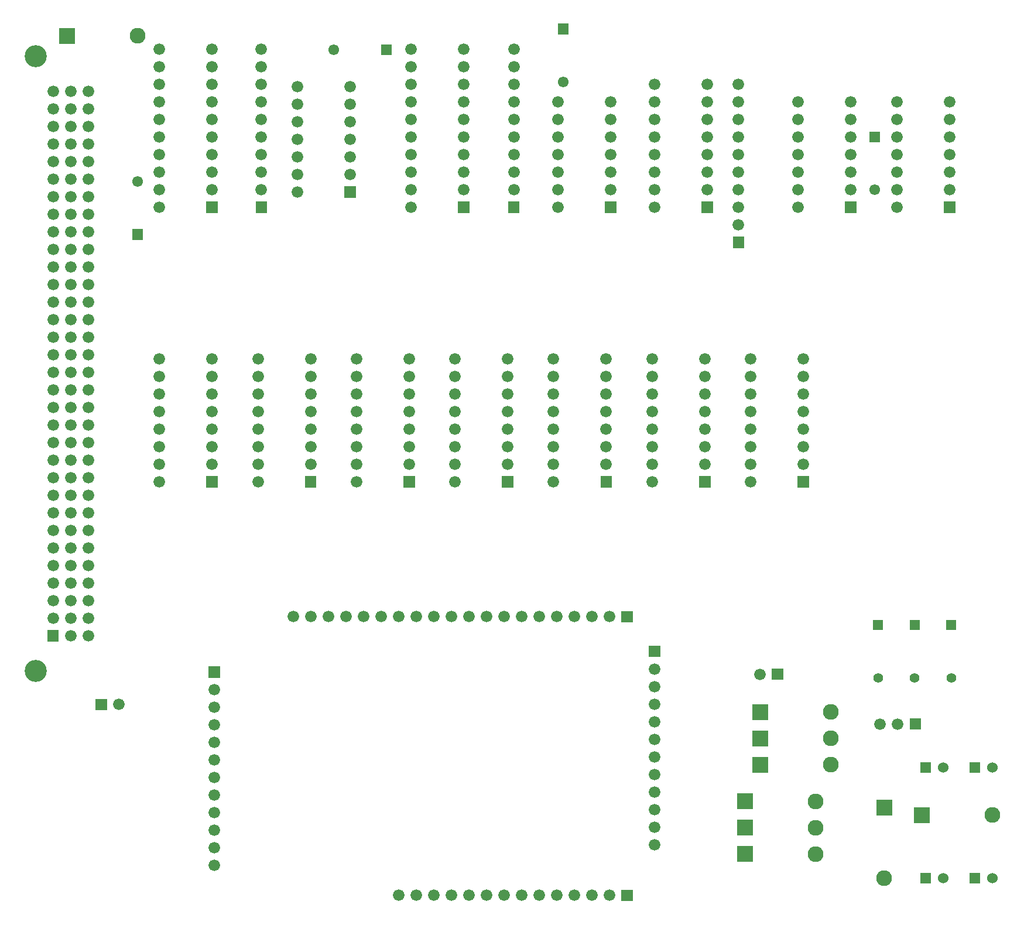
<source format=gbr>
G04 start of page 6 for group -4062 idx -4062 *
G04 Title: (unknown), soldermask *
G04 Creator: pcb 20081128 *
G04 CreationDate: Tue Aug 18 15:33:46 2009 UTC *
G04 For: olivleh1 *
G04 Format: Gerber/RS-274X *
G04 PCB-Dimensions: 637795 559055 *
G04 PCB-Coordinate-Origin: lower left *
%MOIN*%
%FSLAX24Y24*%
%LNBACKMASK*%
%ADD11C,0.0200*%
%ADD18C,0.0600*%
%ADD28C,0.0660*%
%ADD29C,0.0610*%
%ADD30C,0.1260*%
%ADD31C,0.0900*%
%ADD32C,0.0560*%
G54D28*X42570Y45563D03*
Y46563D03*
Y47563D03*
Y48563D03*
Y49563D03*
Y50563D03*
X39570D03*
Y49563D03*
Y48563D03*
Y47563D03*
Y46563D03*
Y45563D03*
Y44563D03*
Y43563D03*
G54D11*G36*
X42240Y43893D02*Y43233D01*
X42900D01*
Y43893D01*
X42240D01*
G37*
G54D28*X42570Y44563D03*
G54D11*G36*
X44012Y41885D02*Y41225D01*
X44672D01*
Y41885D01*
X44012D01*
G37*
G54D28*X44342Y42555D03*
Y43555D03*
Y44555D03*
Y45555D03*
Y46555D03*
X50740Y46563D03*
X47740D03*
G54D11*G36*
X50410Y43893D02*Y43233D01*
X51070D01*
Y43893D01*
X50410D01*
G37*
G54D28*X50740Y44563D03*
Y45563D03*
X47740D03*
Y44563D03*
Y43563D03*
G54D29*X52086Y44561D03*
G54D28*X44342Y47555D03*
Y48555D03*
Y49555D03*
Y50555D03*
X50740Y47563D03*
Y48563D03*
Y49563D03*
X47740D03*
Y48563D03*
Y47563D03*
G54D11*G36*
X51781Y47866D02*Y47256D01*
X52391D01*
Y47866D01*
X51781D01*
G37*
G36*
X56020Y43893D02*Y43233D01*
X56680D01*
Y43893D01*
X56020D01*
G37*
G54D28*X56350Y44563D03*
Y45563D03*
Y46563D03*
Y47563D03*
Y48563D03*
Y49563D03*
X53350D03*
Y48563D03*
Y47563D03*
Y46563D03*
Y45563D03*
Y44563D03*
Y43563D03*
X28692Y46563D03*
Y47563D03*
Y48563D03*
Y49563D03*
Y50563D03*
Y51563D03*
Y52563D03*
X25692D03*
Y51563D03*
Y50563D03*
Y49563D03*
Y48563D03*
Y47563D03*
G54D11*G36*
X28362Y43893D02*Y43233D01*
X29022D01*
Y43893D01*
X28362D01*
G37*
G54D28*X28692Y44563D03*
X25692D03*
G54D11*G36*
X31217Y43893D02*Y43233D01*
X31877D01*
Y43893D01*
X31217D01*
G37*
G54D28*X31547Y44563D03*
Y45563D03*
Y46563D03*
Y47563D03*
Y48563D03*
Y49563D03*
Y50563D03*
Y51563D03*
Y52563D03*
G54D11*G36*
X36728Y43893D02*Y43233D01*
X37388D01*
Y43893D01*
X36728D01*
G37*
G54D28*X37058Y44563D03*
Y45563D03*
X34058D03*
Y44563D03*
Y43563D03*
X37058Y46563D03*
X34058D03*
X37058Y47563D03*
X34058D03*
X37058Y48563D03*
X34058D03*
X37058Y49563D03*
X34058D03*
G54D11*G36*
X34065Y54007D02*Y53397D01*
X34675D01*
Y54007D01*
X34065D01*
G37*
G54D29*X34370Y50702D03*
G54D11*G36*
X42091Y28243D02*Y27583D01*
X42751D01*
Y28243D01*
X42091D01*
G37*
G54D28*X42421Y28913D03*
Y29913D03*
X39421Y32913D03*
Y31913D03*
Y30913D03*
Y29913D03*
Y28913D03*
Y27913D03*
G54D11*G36*
X36481Y28243D02*Y27583D01*
X37141D01*
Y28243D01*
X36481D01*
G37*
G36*
X47701D02*Y27583D01*
X48361D01*
Y28243D01*
X47701D01*
G37*
G54D28*X48031Y28913D03*
Y29913D03*
Y30913D03*
Y31913D03*
Y32913D03*
Y33913D03*
Y34913D03*
X42421Y30913D03*
Y31913D03*
Y32913D03*
Y33913D03*
Y34913D03*
X45031D03*
Y33913D03*
Y32913D03*
Y31913D03*
Y30913D03*
Y29913D03*
Y28913D03*
Y27913D03*
X39421Y34913D03*
Y33913D03*
X36811Y28913D03*
Y29913D03*
Y30913D03*
Y31913D03*
Y32913D03*
Y33913D03*
Y34913D03*
X5314Y27153D03*
Y28153D03*
Y29153D03*
Y30153D03*
Y31153D03*
Y22153D03*
Y23153D03*
Y24153D03*
Y25153D03*
G54D11*G36*
X4984Y19483D02*Y18823D01*
X5644D01*
Y19483D01*
X4984D01*
G37*
G54D28*X5314Y20153D03*
Y21153D03*
X6314D03*
Y22153D03*
Y23153D03*
X5314Y26153D03*
X6314D03*
Y24153D03*
Y25153D03*
Y27153D03*
Y28153D03*
Y29153D03*
Y19153D03*
Y20153D03*
X7314D03*
Y19153D03*
Y21153D03*
Y22153D03*
Y23153D03*
Y24153D03*
Y25153D03*
Y26153D03*
G54D11*G36*
X7740Y15566D02*Y14906D01*
X8400D01*
Y15566D01*
X7740D01*
G37*
G54D28*X9070Y15236D03*
X7314Y27153D03*
Y28153D03*
Y29153D03*
Y30153D03*
Y31153D03*
Y32153D03*
Y33153D03*
Y34153D03*
X5314Y32153D03*
Y33153D03*
Y34153D03*
Y35153D03*
Y36153D03*
Y37153D03*
Y38153D03*
Y39153D03*
G54D30*X4314Y17153D03*
G54D28*X6314Y30153D03*
Y31153D03*
Y32153D03*
Y33153D03*
Y34153D03*
Y35153D03*
Y36153D03*
Y37153D03*
Y38153D03*
Y39153D03*
Y40153D03*
Y41153D03*
Y42153D03*
Y43153D03*
Y44153D03*
Y45153D03*
Y46153D03*
Y47153D03*
Y48153D03*
Y49153D03*
Y50153D03*
G54D11*G36*
X5672Y53757D02*Y52857D01*
X6572D01*
Y53757D01*
X5672D01*
G37*
G54D28*X5314Y40153D03*
Y41153D03*
Y42153D03*
Y43153D03*
Y44153D03*
Y45153D03*
Y46153D03*
Y47153D03*
Y48153D03*
Y49153D03*
Y50153D03*
G54D30*X4314Y52153D03*
G54D11*G36*
X25260Y28243D02*Y27583D01*
X25920D01*
Y28243D01*
X25260D01*
G37*
G54D28*X25590Y28913D03*
Y29913D03*
Y30913D03*
X22590Y31913D03*
Y30913D03*
Y29913D03*
Y28913D03*
Y27913D03*
G54D11*G36*
X19650Y28243D02*Y27583D01*
X20310D01*
Y28243D01*
X19650D01*
G37*
G54D28*X19980Y28913D03*
Y29913D03*
Y30913D03*
Y31913D03*
Y32913D03*
Y33913D03*
Y34913D03*
X25590Y31913D03*
Y32913D03*
Y33913D03*
Y34913D03*
X22590D03*
Y33913D03*
Y32913D03*
G54D11*G36*
X23988Y52824D02*Y52214D01*
X24598D01*
Y52824D01*
X23988D01*
G37*
G54D29*X21293Y52519D03*
G54D11*G36*
X14040Y28243D02*Y27583D01*
X14700D01*
Y28243D01*
X14040D01*
G37*
G54D28*X14370Y28913D03*
Y29913D03*
Y30913D03*
Y31913D03*
X11370Y30913D03*
Y29913D03*
Y28913D03*
Y27913D03*
X14370Y32913D03*
Y33913D03*
Y34913D03*
X11370D03*
Y33913D03*
Y32913D03*
Y31913D03*
X16980Y34913D03*
Y33913D03*
Y32913D03*
Y31913D03*
Y30913D03*
Y29913D03*
Y28913D03*
Y27913D03*
X7314Y35153D03*
Y36153D03*
Y37153D03*
Y38153D03*
Y39153D03*
Y40153D03*
Y41153D03*
Y42153D03*
Y43153D03*
Y44153D03*
Y45153D03*
Y46153D03*
Y47153D03*
Y48153D03*
Y49153D03*
Y50153D03*
G54D31*X10122Y53307D03*
G54D11*G36*
X9813Y42311D02*Y41701D01*
X10423D01*
Y42311D01*
X9813D01*
G37*
G54D29*X10118Y45006D03*
G54D11*G36*
X21906Y44759D02*Y44099D01*
X22566D01*
Y44759D01*
X21906D01*
G37*
G54D28*X25692Y43563D03*
X22236Y45429D03*
X19236D03*
X14370Y45563D03*
X28692D03*
X25692D03*
X17177D03*
X22236Y47429D03*
X19236D03*
X14370Y47563D03*
X17177Y46563D03*
Y47563D03*
X22236Y48429D03*
X19236D03*
X17177Y48563D03*
X11370Y51563D03*
Y50563D03*
Y49563D03*
Y48563D03*
Y47563D03*
Y46563D03*
X22236Y46429D03*
X19236D03*
X14370Y46563D03*
X25692D03*
X11370Y45563D03*
Y44563D03*
Y43563D03*
X19236Y44429D03*
G54D11*G36*
X14040Y43893D02*Y43233D01*
X14700D01*
Y43893D01*
X14040D01*
G37*
G54D28*X14370Y44563D03*
G54D11*G36*
X16847Y43893D02*Y43233D01*
X17507D01*
Y43893D01*
X16847D01*
G37*
G54D28*X17177Y44563D03*
X22236Y49429D03*
Y50429D03*
X14370Y48563D03*
Y49563D03*
Y50563D03*
Y51563D03*
Y52563D03*
X11370D03*
X19236Y50429D03*
Y49429D03*
X17177Y49563D03*
Y50563D03*
Y51563D03*
Y52563D03*
G54D11*G36*
X30870Y28243D02*Y27583D01*
X31530D01*
Y28243D01*
X30870D01*
G37*
G54D28*X31200Y28913D03*
Y29913D03*
Y30913D03*
Y31913D03*
Y32913D03*
Y33913D03*
Y34913D03*
X33811D03*
Y33913D03*
Y32913D03*
Y31913D03*
Y30913D03*
Y29913D03*
Y28913D03*
Y27913D03*
X28200Y34913D03*
Y33913D03*
Y32913D03*
Y31913D03*
Y30913D03*
Y29913D03*
Y28913D03*
Y27913D03*
G54D11*G36*
X37662Y20566D02*Y19906D01*
X38322D01*
Y20566D01*
X37662D01*
G37*
G54D28*X36992Y20236D03*
X35992D03*
X34992D03*
X33992D03*
X32992D03*
X31992D03*
X30992D03*
G54D11*G36*
X56176Y20043D02*Y19483D01*
X56736D01*
Y20043D01*
X56176D01*
G37*
G54D32*X56456Y16763D03*
X54370D03*
X52283D03*
G54D11*G36*
X46244Y17298D02*Y16638D01*
X46904D01*
Y17298D01*
X46244D01*
G37*
G54D28*X45574Y16968D03*
G54D11*G36*
X54090Y20043D02*Y19483D01*
X54650D01*
Y20043D01*
X54090D01*
G37*
G36*
X52003D02*Y19483D01*
X52563D01*
Y20043D01*
X52003D01*
G37*
G36*
X39236Y18597D02*Y17937D01*
X39896D01*
Y18597D01*
X39236D01*
G37*
G54D28*X39566Y17267D03*
Y16267D03*
Y15267D03*
Y14267D03*
Y13267D03*
Y12267D03*
Y11267D03*
Y10267D03*
Y9267D03*
Y8267D03*
Y7267D03*
G54D11*G36*
X45140Y15253D02*Y14353D01*
X46040D01*
Y15253D01*
X45140D01*
G37*
G54D31*X49590Y14803D03*
Y13307D03*
Y11811D03*
X48724Y9724D03*
Y8228D03*
Y6732D03*
G54D11*G36*
X45140Y13757D02*Y12857D01*
X46040D01*
Y13757D01*
X45140D01*
G37*
G36*
Y12261D02*Y11361D01*
X46040D01*
Y12261D01*
X45140D01*
G37*
G36*
X44274Y10174D02*Y9274D01*
X45174D01*
Y10174D01*
X44274D01*
G37*
G36*
Y8678D02*Y7778D01*
X45174D01*
Y8678D01*
X44274D01*
G37*
G36*
Y7182D02*Y6282D01*
X45174D01*
Y7182D01*
X44274D01*
G37*
G36*
X54079Y14463D02*Y13803D01*
X54739D01*
Y14463D01*
X54079D01*
G37*
G54D28*X53409Y14133D03*
X52409D03*
G54D11*G36*
X54699Y11953D02*Y11353D01*
X55299D01*
Y11953D01*
X54699D01*
G37*
G54D18*X55999Y11653D03*
G54D11*G36*
X57495Y11953D02*Y11353D01*
X58095D01*
Y11953D01*
X57495D01*
G37*
G54D18*X58795Y11653D03*
G54D31*X58779Y8937D03*
G54D18*X58795Y5354D03*
G54D11*G36*
X54329Y9387D02*Y8487D01*
X55229D01*
Y9387D01*
X54329D01*
G37*
G36*
X54699Y5654D02*Y5054D01*
X55299D01*
Y5654D01*
X54699D01*
G37*
G54D18*X55999Y5354D03*
G54D11*G36*
X57495Y5654D02*Y5054D01*
X58095D01*
Y5654D01*
X57495D01*
G37*
G36*
X52187Y9804D02*Y8904D01*
X53087D01*
Y9804D01*
X52187D01*
G37*
G54D31*X52637Y5354D03*
G54D28*X29992Y20236D03*
X28992D03*
X27992D03*
X26992D03*
X25992D03*
X24992D03*
X23992D03*
X22992D03*
X21992D03*
X20992D03*
X19992D03*
X18992D03*
G54D11*G36*
X14158Y17416D02*Y16756D01*
X14818D01*
Y17416D01*
X14158D01*
G37*
G54D28*X14488Y16086D03*
Y15086D03*
Y14086D03*
Y13086D03*
Y12086D03*
Y11086D03*
Y10086D03*
Y9086D03*
Y8086D03*
Y7086D03*
Y6086D03*
G54D11*G36*
X37662Y4700D02*Y4040D01*
X38322D01*
Y4700D01*
X37662D01*
G37*
G54D28*X36992Y4370D03*
X35992D03*
X34992D03*
X33992D03*
X32992D03*
X31992D03*
X30992D03*
X29992D03*
X28992D03*
X27992D03*
X26992D03*
X25992D03*
X24992D03*
M02*

</source>
